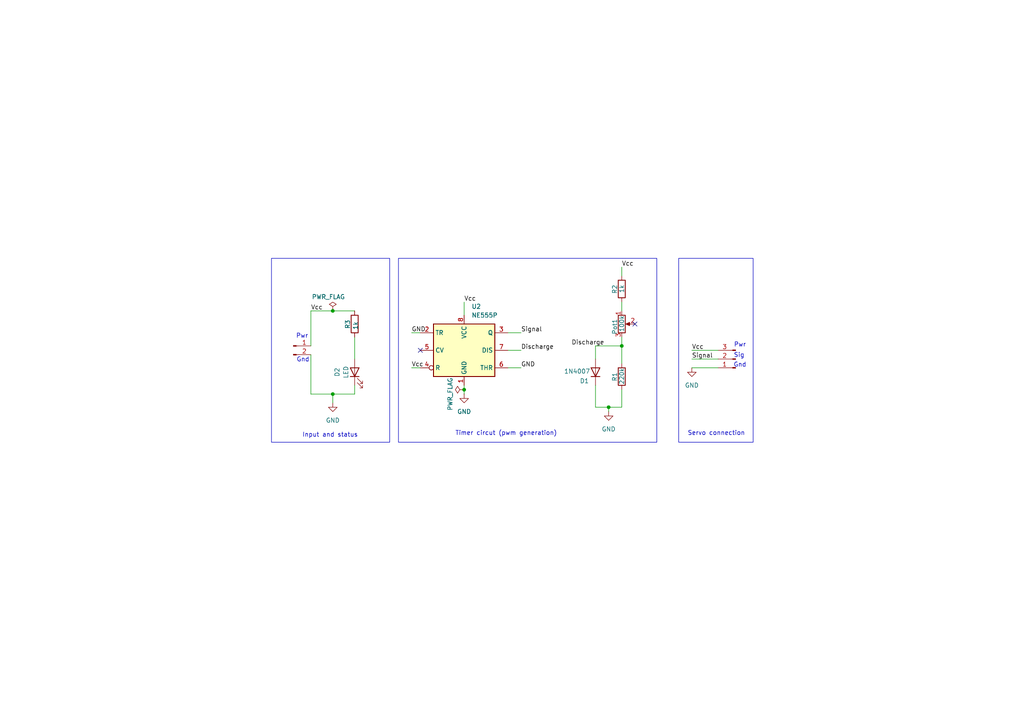
<source format=kicad_sch>
(kicad_sch (version 20250114) (generator "eeschema") (generator_version "9.0")
  (paper "A4")
  (title_block (title "Servo Tester") (date "2025-06-23") (rev "Rev 2") (comment 1 "Custom servo tester using 555 IC"))
  (lib_symbols
    (symbol "Connector:Conn_01x02_Pin" (pin_names (offset 1.016) (hide yes))
      (property "Reference" "J" (at 0 2.54 0))
      (property "Value" "Conn_01x02_Pin" (at 0 -5.08 0))
      (symbol "Conn_01x02_Pin_1_1"
        (rectangle (start 0.8636 0.127) (end 0 -0.127) (stroke (width 0.1524)) (fill (type outline)))
        (rectangle (start 0.8636 -2.413) (end 0 -2.667) (stroke (width 0.1524)) (fill (type outline)))
        (polyline (pts (xy 1.27 0) (xy 0.8636 0)) (stroke (width 0.1524)))
        (polyline (pts (xy 1.27 -2.54) (xy 0.8636 -2.54)) (stroke (width 0.1524)))
        (pin passive line (at 5.08 0 180) (length 3.81) (name "Pin_1") (number "1"))
        (pin passive line (at 5.08 -2.54 180) (length 3.81) (name "Pin_2") (number "2"))
      )
    )
    (symbol "Connector:Conn_01x03_Pin" (pin_names (offset 1.016) (hide yes))
      (property "Reference" "J" (at 0 5.08 0))
      (property "Value" "Conn_01x03_Pin" (at 0 -5.08 0))
      (symbol "Conn_01x03_Pin_1_1"
        (rectangle (start 0.8636 2.667) (end 0 2.413) (stroke (width 0.1524)) (fill (type outline)))
        (rectangle (start 0.8636 0.127) (end 0 -0.127) (stroke (width 0.1524)) (fill (type outline)))
        (rectangle (start 0.8636 -2.413) (end 0 -2.667) (stroke (width 0.1524)) (fill (type outline)))
        (polyline (pts (xy 1.27 2.54) (xy 0.8636 2.54)) (stroke (width 0.1524)))
        (polyline (pts (xy 1.27 0) (xy 0.8636 0)) (stroke (width 0.1524)))
        (polyline (pts (xy 1.27 -2.54) (xy 0.8636 -2.54)) (stroke (width 0.1524)))
        (pin passive line (at 5.08 2.54 180) (length 3.81) (name "Pin_1") (number "1"))
        (pin passive line (at 5.08 0 180) (length 3.81) (name "Pin_2") (number "2"))
        (pin passive line (at 5.08 -2.54 180) (length 3.81) (name "Pin_3") (number "3"))
      )
    )
    (symbol "Device:LED" (pin_numbers (hide yes)) (pin_names (offset 1.016) (hide yes))
      (property "Reference" "D" (at 0 2.54 0))
      (property "Value" "LED" (at 0 -2.54 0))
      (symbol "LED_0_1"
        (polyline (pts (xy -3.048 -0.762) (xy -4.572 -2.286) (xy -3.81 -2.286) (xy -4.572 -2.286) (xy -4.572 -1.524)))
        (polyline (pts (xy -1.778 -0.762) (xy -3.302 -2.286) (xy -2.54 -2.286) (xy -3.302 -2.286) (xy -3.302 -1.524)))
        (polyline (pts (xy -1.27 0) (xy 1.27 0)))
        (polyline (pts (xy -1.27 -1.27) (xy -1.27 1.27)) (stroke (width 0.254)))
        (polyline (pts (xy 1.27 -1.27) (xy 1.27 1.27) (xy -1.27 0) (xy 1.27 -1.27)) (stroke (width 0.254)))
      )
      (symbol "LED_1_1"
        (pin passive line (at -3.81 0 0) (length 2.54) (name "K") (number "1"))
        (pin passive line (at 3.81 0 180) (length 2.54) (name "A") (number "2"))
      )
    )
    (symbol "Device:R" (pin_numbers (hide yes)) (pin_names (offset 0))
      (property "Reference" "R" (at 2.032 0 90))
      (property "Value" "R" (at 0 0 90))
      (symbol "R_0_1"
        (rectangle (start -1.016 -2.54) (end 1.016 2.54) (stroke (width 0.254)))
      )
      (symbol "R_1_1"
        (pin passive line (at 0 3.81 270) (length 1.27) (name "~") (number "1"))
        (pin passive line (at 0 -3.81 90) (length 1.27) (name "~") (number "2"))
      )
    )
    (symbol "Device:R_Potentiometer" (pin_names (offset 1.016) (hide yes))
      (property "Reference" "RV" (at -4.445 0 90))
      (property "Value" "R_Potentiometer" (at -2.54 0 90))
      (symbol "R_Potentiometer_0_1"
        (rectangle (start 1.016 2.54) (end -1.016 -2.54) (stroke (width 0.254)))
        (polyline (pts (xy 1.143 0) (xy 2.286 0.508) (xy 2.286 -0.508) (xy 1.143 0)) (fill (type outline)))
        (polyline (pts (xy 2.54 0) (xy 1.524 0)))
      )
      (symbol "R_Potentiometer_1_1"
        (pin passive line (at 0 3.81 270) (length 1.27) (name "1") (number "1"))
        (pin passive line (at 0 -3.81 90) (length 1.27) (name "3") (number "3"))
        (pin passive line (at 3.81 0 180) (length 1.27) (name "2") (number "2"))
      )
    )
    (symbol "Diode:1N4007" (pin_numbers (hide yes)) (pin_names (hide yes))
      (property "Reference" "D" (at 0 2.54 0))
      (property "Value" "1N4007" (at 0 -2.54 0))
      (symbol "1N4007_0_1"
        (polyline (pts (xy -1.27 1.27) (xy -1.27 -1.27)) (stroke (width 0.254)))
        (polyline (pts (xy 1.27 1.27) (xy 1.27 -1.27) (xy -1.27 0) (xy 1.27 1.27)) (stroke (width 0.254)))
        (polyline (pts (xy 1.27 0) (xy -1.27 0)))
      )
      (symbol "1N4007_1_1"
        (pin passive line (at -3.81 0 0) (length 2.54) (name "K") (number "1"))
        (pin passive line (at 3.81 0 180) (length 2.54) (name "A") (number "2"))
      )
    )
    (symbol "Timer:NE555P"
      (property "Reference" "U" (at -10.16 8.89 0))
      (property "Value" "NE555P" (at 2.54 8.89 0))
      (symbol "NE555P_0_0"
        (pin power_in line (at 0 10.16 270) (length 2.54) (name "VCC") (number "8"))
        (pin power_in line (at 0 -10.16 90) (length 2.54) (name "GND") (number "1"))
      )
      (symbol "NE555P_0_1"
        (rectangle (start -8.89 -7.62) (end 8.89 7.62) (stroke (width 0.254)) (fill (type background)))
        (rectangle (start -8.89 -7.62) (end 8.89 7.62) (stroke (width 0.254)) (fill (type background)))
      )
      (symbol "NE555P_1_1"
        (pin input line (at -12.7 5.08 0) (length 3.81) (name "TR") (number "2"))
        (pin input line (at -12.7 0 0) (length 3.81) (name "CV") (number "5"))
        (pin input inverted (at -12.7 -5.08 0) (length 3.81) (name "R") (number "4"))
        (pin output line (at 12.7 5.08 180) (length 3.81) (name "Q") (number "3"))
        (pin input line (at 12.7 0 180) (length 3.81) (name "DIS") (number "7"))
        (pin input line (at 12.7 -5.08 180) (length 3.81) (name "THR") (number "6"))
      )
    )
    (symbol "power:GND" (power) (pin_numbers (hide yes)) (pin_names (offset 0) (hide yes))
      (property "Value" "GND" (at 0 -3.81 0))
      (symbol "GND_0_1"
        (polyline (pts (xy 0 0) (xy 0 -1.27) (xy 1.27 -1.27) (xy 0 -2.54) (xy -1.27 -1.27) (xy 0 -1.27)))
      )
      (symbol "GND_1_1"
        (pin power_in line (at 0 0 270) (length 0) (name "~") (number "1"))
      )
    )
    (symbol "power:PWR_FLAG" (power) (pin_numbers (hide yes)) (pin_names (offset 0) (hide yes))
      (property "Value" "PWR_FLAG" (at 0 3.81 0))
      (symbol "PWR_FLAG_0_0"
        (pin power_out line (at 0 0 90) (length 0) (name "~") (number "1"))
      )
      (symbol "PWR_FLAG_0_1"
        (polyline (pts (xy 0 0) (xy 0 1.27) (xy -1.016 1.905) (xy 0 2.54) (xy 1.016 1.905) (xy 0 1.27)))
      )
    )
  )
  (rectangle (start 115.57 74.93) (end 190.5 128.27))
  (rectangle (start 78.74 74.93) (end 113.03 128.27))
  (rectangle (start 196.85 74.93) (end 218.44 128.27))
  (text "Sig\n" (at 214.376 103.124 0) (effects (font (size 1.27 1.27))))
  (text "Gnd" (at 214.63 105.918 0) (effects (font (size 1.27 1.27))))
  (text "Timer circut (pwm generation)\n" (at 146.812 125.73 0) (effects (font (size 1.27 1.27))))
  (text "Servo connection\n" (at 207.772 125.73 0) (effects (font (size 1.27 1.27))))
  (text "Pwr" (at 87.63 97.536 0) (effects (font (size 1.27 1.27))))
  (text "Pwr" (at 214.63 100.076 0) (effects (font (size 1.27 1.27))))
  (text "Gnd" (at 87.884 104.394 0) (effects (font (size 1.27 1.27))))
  (text "Input and status\n" (at 95.758 126.238 0) (effects (font (size 1.27 1.27))))
  (junction (at 96.52 114.3))
  (junction (at 176.53 118.11))
  (junction (at 96.52 90.17))
  (junction (at 134.62 113.03))
  (junction (at 180.34 100.33))
  (no_connect (at 184.15 93.98))
  (no_connect (at 121.92 101.6))
  (wire (pts (xy 90.17 90.17) (xy 90.17 100.33)))
  (wire (pts (xy 102.87 114.3) (xy 102.87 111.76)))
  (wire (pts (xy 134.62 113.03) (xy 134.62 114.3)))
  (wire (pts (xy 90.17 114.3) (xy 96.52 114.3)))
  (wire (pts (xy 96.52 90.17) (xy 102.87 90.17)))
  (wire (pts (xy 180.34 113.03) (xy 180.34 118.11)))
  (wire (pts (xy 180.34 77.47) (xy 180.34 80.01)))
  (wire (pts (xy 134.62 111.76) (xy 134.62 113.03)))
  (wire (pts (xy 172.72 118.11) (xy 176.53 118.11)))
  (wire (pts (xy 90.17 90.17) (xy 96.52 90.17)))
  (wire (pts (xy 119.38 96.52) (xy 121.92 96.52)))
  (wire (pts (xy 96.52 114.3) (xy 102.87 114.3)))
  (wire (pts (xy 102.87 97.79) (xy 102.87 104.14)))
  (wire (pts (xy 147.32 101.6) (xy 151.13 101.6)))
  (wire (pts (xy 90.17 102.87) (xy 90.17 114.3)))
  (wire (pts (xy 180.34 97.79) (xy 180.34 100.33)))
  (wire (pts (xy 200.66 101.6) (xy 208.28 101.6)))
  (wire (pts (xy 176.53 118.11) (xy 180.34 118.11)))
  (wire (pts (xy 134.62 91.44) (xy 134.62 87.63)))
  (wire (pts (xy 147.32 106.68) (xy 151.13 106.68)))
  (wire (pts (xy 176.53 119.38) (xy 176.53 118.11)))
  (wire (pts (xy 172.72 100.33) (xy 180.34 100.33)))
  (wire (pts (xy 200.66 106.68) (xy 208.28 106.68)))
  (wire (pts (xy 119.38 106.68) (xy 121.92 106.68)))
  (wire (pts (xy 147.32 96.52) (xy 151.13 96.52)))
  (wire (pts (xy 200.66 104.14) (xy 208.28 104.14)))
  (wire (pts (xy 180.34 100.33) (xy 180.34 105.41)))
  (wire (pts (xy 96.52 114.3) (xy 96.52 116.84)))
  (wire (pts (xy 172.72 111.76) (xy 172.72 118.11)))
  (wire (pts (xy 180.34 87.63) (xy 180.34 90.17)))
  (wire (pts (xy 172.72 100.33) (xy 172.72 104.14)))
  (label "Signal" (at 200.66 104.14 0))
  (label "Vcc" (at 200.66 101.6 0))
  (label "Vcc" (at 90.17 90.17 0))
  (label "Discharge" (at 175.26 100.33 180))
  (label "Discharge" (at 151.13 101.6 0))
  (label "GND" (at 119.38 96.52 0))
  (label "GND" (at 151.13 106.68 0))
  (label "Vcc" (at 134.62 87.63 0))
  (label "Vcc" (at 180.34 77.47 0))
  (label "Signal" (at 151.13 96.52 0))
  (label "Vcc" (at 119.38 106.68 0))
  (symbol (lib_id "Device:R_Potentiometer") (at 180.34 93.98 0) (unit 1)
    (property "Reference" "Pot1" (at 178.308 92.456 90) (effects (justify right)))
    (property "Value" "100k" (at 180.34 91.44 90) (effects (justify right)))
    (property "Footprint" "Potentiometer_THT:Potentiometer_Alps_RK09Y11_Single_Horizontal" (effects (hide yes)))
    (property "Description" "Potentiometer" (effects (hide yes)))
  )
  (symbol (lib_id "power:GND") (at 200.66 106.68 0) (unit 1)
    (property "Reference" "#PWR03" (effects (hide yes)))
    (property "Value" "GND" (at 200.66 111.76 0))
    (property "Description" "Power symbol creates a global label with name \"GND\" , ground" (effects (hide yes)))
  )
  (symbol (lib_id "Connector:Conn_01x02_Pin") (at 85.09 100.33 0) (unit 1)
    (property "Reference" "J1" (effects (hide yes)))
    (property "Value" "Power" (effects (hide yes)))
    (property "Footprint" "Connector_PinHeader_1.27mm:PinHeader_1x02_P1.27mm_Horizontal" (effects (hide yes)))
    (property "Description" "Generic connector, single row, 01x02, script generated" (effects (hide yes)))
  )
  (symbol (lib_id "Connector:Conn_01x03_Pin") (at 213.36 104.14 180) (unit 1)
    (property "Reference" "J2" (effects (hide yes)))
    (property "Value" "Servo" (effects (hide yes)))
    (property "Footprint" "Connector_PinHeader_1.27mm:PinHeader_1x03_P1.27mm_Horizontal" (effects (hide yes)))
    (property "Description" "Generic connector, single row, 01x03, script generated" (effects (hide yes)))
  )
  (symbol (lib_id "power:GND") (at 176.53 119.38 0) (unit 1)
    (property "Reference" "#PWR02" (effects (hide yes)))
    (property "Value" "GND" (at 176.53 124.46 0))
    (property "Description" "Power symbol creates a global label with name \"GND\" , ground" (effects (hide yes)))
  )
  (symbol (lib_id "power:PWR_FLAG") (at 96.52 90.17 0) (unit 1)
    (property "Reference" "#FLG02" (effects (hide yes)))
    (property "Value" "PWR_FLAG" (at 95.25 86.106 0))
    (property "Description" "Special symbol for telling ERC where power comes from" (effects (hide yes)))
  )
  (symbol (lib_id "Device:R") (at 180.34 109.22 180) (unit 1)
    (property "Reference" "R1" (at 178.308 107.95 90) (effects (justify left)))
    (property "Value" "220k" (at 180.34 106.68 90) (effects (justify left)))
    (property "Footprint" "Resistor_THT:R_Axial_DIN0309_L9.0mm_D3.2mm_P12.70mm_Horizontal" (effects (hide yes)))
    (property "Description" "Resistor" (effects (hide yes)))
  )
  (symbol (lib_id "Device:LED") (at 102.87 107.95 90) (unit 1)
    (property "Reference" "D2" (at 97.79 107.95 0))
    (property "Value" "LED" (at 100.33 107.95 0))
    (property "Footprint" "LED_THT:LED_D3.0mm" (effects (hide yes)))
    (property "Description" "Light emitting diode" (effects (hide yes)))
    (property "Sim.Pins" "1=K 2=A" (effects (hide yes)))
    (property "Plink" "https://www.lioncircuits.com/parts/WP710A10LID" (effects (hide yes)))
  )
  (symbol (lib_id "power:GND") (at 134.62 114.3 0) (unit 1)
    (property "Reference" "#PWR01" (effects (hide yes)))
    (property "Value" "GND" (at 134.62 119.38 0))
    (property "Description" "Power symbol creates a global label with name \"GND\" , ground" (effects (hide yes)))
  )
  (symbol (lib_id "power:GND") (at 96.52 116.84 0) (unit 1)
    (property "Reference" "#PWR04" (effects (hide yes)))
    (property "Value" "GND" (at 96.52 121.92 0))
    (property "Description" "Power symbol creates a global label with name \"GND\" , ground" (effects (hide yes)))
  )
  (symbol (lib_id "Device:R") (at 102.87 93.98 180) (unit 1)
    (property "Reference" "R3" (at 100.838 92.71 90) (effects (justify left)))
    (property "Value" "1k" (at 103.124 93.218 90) (effects (justify left)))
    (property "Footprint" "Resistor_THT:R_Axial_DIN0309_L9.0mm_D3.2mm_P12.70mm_Horizontal" (effects (hide yes)))
    (property "Description" "Resistor" (effects (hide yes)))
  )
  (symbol (lib_id "Diode:1N4007") (at 172.72 107.95 90) (unit 1)
    (property "Reference" "D1" (at 168.148 110.49 90) (effects (justify right)))
    (property "Value" "1N4007" (at 163.576 107.696 90) (effects (justify right)))
    (property "Footprint" "Diode_THT:D_DO-41_SOD81_P10.16mm_Horizontal" (effects (hide yes)))
    (property "Datasheet" "http://www.vishay.com/docs/88503/1n4001.pdf" (effects (hide yes)))
    (property "Description" "1000V 1A General Purpose Rectifier Diode, DO-41" (effects (hide yes)))
    (property "Sim.Device" "D" (effects (hide yes)))
    (property "Sim.Pins" "1=K 2=A" (effects (hide yes)))
    (property "Plink" "https://www.lioncircuits.com/parts/1N4007" (effects (hide yes)))
  )
  (symbol (lib_id "Device:R") (at 180.34 83.82 180) (unit 1)
    (property "Reference" "R2" (at 178.308 82.55 90) (effects (justify left)))
    (property "Value" "1k" (at 180.34 82.55 90) (effects (justify left)))
    (property "Footprint" "Resistor_THT:R_Axial_DIN0309_L9.0mm_D3.2mm_P12.70mm_Horizontal" (effects (hide yes)))
    (property "Description" "Resistor" (effects (hide yes)))
  )
  (symbol (lib_id "Timer:NE555P") (at 134.62 101.6 0) (unit 1)
    (property "Reference" "U2" (at 136.7633 88.9 0) (effects (justify left)))
    (property "Value" "NE555P" (at 136.7633 91.44 0) (effects (justify left)))
    (property "Footprint" "Package_DIP:DIP-8_W7.62mm" (effects (hide yes)))
    (property "Datasheet" "http://www.ti.com/lit/ds/symlink/ne555.pdf" (effects (hide yes)))
    (property "Description" "Precision Timers, 555 compatible,  PDIP-8" (effects (hide yes)))
    (property "Plink" "https://www.lioncircuits.com/parts/NE555P" (effects (hide yes)))
  )
  (symbol (lib_id "power:PWR_FLAG") (at 134.62 113.03 90) (unit 1)
    (property "Reference" "#FLG01" (effects (hide yes)))
    (property "Value" "PWR_FLAG" (at 130.556 114.3 0))
    (property "Description" "Special symbol for telling ERC where power comes from" (effects (hide yes)))
  )
)
</source>
